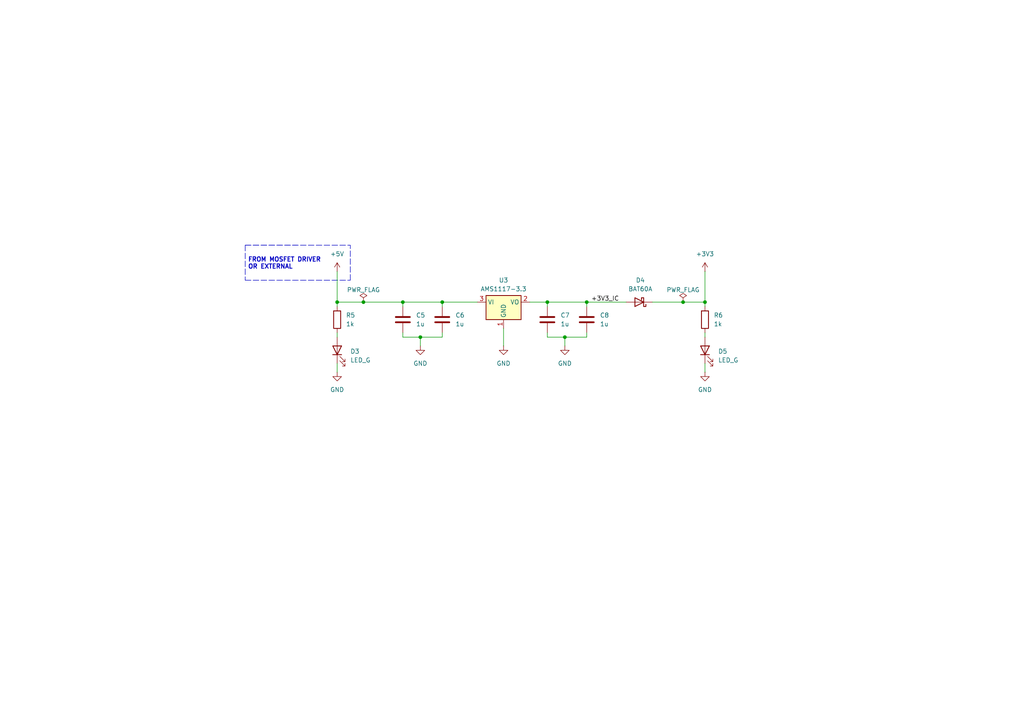
<source format=kicad_sch>
(kicad_sch (version 20250114) (generator "eeschema") (generator_version "9.0")
  (paper "A4")
  (lib_symbols
    (symbol "Device:C" (pin_numbers (hide yes)) (pin_names (offset 0.254))
      (property "Reference" "C" (at 0.635 2.54 0))
      (property "Value" "C" (at 0.635 -2.54 0))
      (symbol "C_0_1"
        (polyline (pts (xy -2.032 0.762) (xy 2.032 0.762)) (stroke (width 0.508)))
        (polyline (pts (xy -2.032 -0.762) (xy 2.032 -0.762)) (stroke (width 0.508)))
      )
      (symbol "C_1_1"
        (pin passive line (at 0 3.81 270) (length 2.794) (name "~") (number "1"))
        (pin passive line (at 0 -3.81 90) (length 2.794) (name "~") (number "2"))
      )
    )
    (symbol "Device:LED" (pin_numbers (hide yes)) (pin_names (offset 1.016) (hide yes))
      (property "Reference" "D" (at 0 2.54 0))
      (property "Value" "LED" (at 0 -2.54 0))
      (symbol "LED_0_1"
        (polyline (pts (xy -3.048 -0.762) (xy -4.572 -2.286) (xy -3.81 -2.286) (xy -4.572 -2.286) (xy -4.572 -1.524)))
        (polyline (pts (xy -1.778 -0.762) (xy -3.302 -2.286) (xy -2.54 -2.286) (xy -3.302 -2.286) (xy -3.302 -1.524)))
        (polyline (pts (xy -1.27 0) (xy 1.27 0)))
        (polyline (pts (xy -1.27 -1.27) (xy -1.27 1.27)) (stroke (width 0.254)))
        (polyline (pts (xy 1.27 -1.27) (xy 1.27 1.27) (xy -1.27 0) (xy 1.27 -1.27)) (stroke (width 0.254)))
      )
      (symbol "LED_1_1"
        (pin passive line (at -3.81 0 0) (length 2.54) (name "K") (number "1"))
        (pin passive line (at 3.81 0 180) (length 2.54) (name "A") (number "2"))
      )
    )
    (symbol "Device:R" (pin_numbers (hide yes)) (pin_names (offset 0))
      (property "Reference" "R" (at 2.032 0 90))
      (property "Value" "R" (at 0 0 90))
      (symbol "R_0_1"
        (rectangle (start -1.016 -2.54) (end 1.016 2.54) (stroke (width 0.254)))
      )
      (symbol "R_1_1"
        (pin passive line (at 0 3.81 270) (length 1.27) (name "~") (number "1"))
        (pin passive line (at 0 -3.81 90) (length 1.27) (name "~") (number "2"))
      )
    )
    (symbol "Diode:BAT60A" (pin_numbers (hide yes)) (pin_names (offset 1.016) (hide yes))
      (property "Reference" "D" (at 0 2.54 0))
      (property "Value" "BAT60A" (at 0 -2.54 0))
      (symbol "BAT60A_0_1"
        (polyline (pts (xy -1.905 0.635) (xy -1.905 1.27) (xy -1.27 1.27) (xy -1.27 -1.27) (xy -0.635 -1.27) (xy -0.635 -0.635)) (stroke (width 0.254)))
        (polyline (pts (xy 1.27 1.27) (xy 1.27 -1.27) (xy -1.27 0) (xy 1.27 1.27)) (stroke (width 0.254)))
        (polyline (pts (xy 1.27 0) (xy -1.27 0)))
      )
      (symbol "BAT60A_1_1"
        (pin passive line (at -3.81 0 0) (length 2.54) (name "K") (number "1"))
        (pin passive line (at 3.81 0 180) (length 2.54) (name "A") (number "2"))
      )
    )
    (symbol "Regulator_Linear:AMS1117-3.3"
      (property "Reference" "U" (at -3.81 3.175 0))
      (property "Value" "AMS1117-3.3" (at 0 3.175 0))
      (symbol "AMS1117-3.3_0_1"
        (rectangle (start -5.08 -5.08) (end 5.08 1.905) (stroke (width 0.254)) (fill (type background)))
      )
      (symbol "AMS1117-3.3_1_1"
        (pin power_in line (at -7.62 0 0) (length 2.54) (name "VI") (number "3"))
        (pin power_in line (at 0 -7.62 90) (length 2.54) (name "GND") (number "1"))
        (pin power_out line (at 7.62 0 180) (length 2.54) (name "VO") (number "2"))
      )
    )
    (symbol "power:+3V3" (power) (pin_numbers (hide yes)) (pin_names (offset 0) (hide yes))
      (property "Value" "+3V3" (at 0 3.556 0))
      (symbol "+3V3_0_1"
        (polyline (pts (xy -0.762 1.27) (xy 0 2.54)))
        (polyline (pts (xy 0 2.54) (xy 0.762 1.27)))
        (polyline (pts (xy 0 0) (xy 0 2.54)))
      )
      (symbol "+3V3_1_1"
        (pin power_in line (at 0 0 90) (length 0) (name "~") (number "1"))
      )
    )
    (symbol "power:+5V" (power) (pin_numbers (hide yes)) (pin_names (offset 0) (hide yes))
      (property "Value" "+5V" (at 0 3.556 0))
      (symbol "+5V_0_1"
        (polyline (pts (xy -0.762 1.27) (xy 0 2.54)))
        (polyline (pts (xy 0 2.54) (xy 0.762 1.27)))
        (polyline (pts (xy 0 0) (xy 0 2.54)))
      )
      (symbol "+5V_1_1"
        (pin power_in line (at 0 0 90) (length 0) (name "~") (number "1"))
      )
    )
    (symbol "power:GND" (power) (pin_numbers (hide yes)) (pin_names (offset 0) (hide yes))
      (property "Value" "GND" (at 0 -3.81 0))
      (symbol "GND_0_1"
        (polyline (pts (xy 0 0) (xy 0 -1.27) (xy 1.27 -1.27) (xy 0 -2.54) (xy -1.27 -1.27) (xy 0 -1.27)))
      )
      (symbol "GND_1_1"
        (pin power_in line (at 0 0 270) (length 0) (name "~") (number "1"))
      )
    )
    (symbol "power:PWR_FLAG" (power) (pin_numbers (hide yes)) (pin_names (offset 0) (hide yes))
      (property "Value" "PWR_FLAG" (at 0 3.81 0))
      (symbol "PWR_FLAG_0_0"
        (pin power_out line (at 0 0 90) (length 0) (name "~") (number "1"))
      )
      (symbol "PWR_FLAG_0_1"
        (polyline (pts (xy 0 0) (xy 0 1.27) (xy -1.016 1.905) (xy 0 2.54) (xy 1.016 1.905) (xy 0 1.27)))
      )
    )
  )
  (text "FROM MOSFET DRIVER\nOR EXTERNAL" (at 71.882 76.454 0) (effects (font (size 1.27 1.27) (thickness 0.254) (bold yes)) (justify left)))
  (junction (at 128.27 87.63))
  (junction (at 116.84 87.63))
  (junction (at 121.92 97.79))
  (junction (at 204.47 87.63))
  (junction (at 158.75 87.63))
  (junction (at 198.12 87.63))
  (junction (at 163.83 97.79))
  (junction (at 97.79 87.63))
  (junction (at 105.41 87.63))
  (junction (at 170.18 87.63))
  (wire (pts (xy 158.75 97.79) (xy 163.83 97.79)))
  (wire (pts (xy 146.05 95.25) (xy 146.05 100.33)))
  (wire (pts (xy 189.23 87.63) (xy 198.12 87.63)))
  (polyline (pts (xy 71.12 71.12) (xy 86.36 71.12)) (stroke (width 0) (type dash)))
  (wire (pts (xy 204.47 96.52) (xy 204.47 97.79)))
  (wire (pts (xy 170.18 87.63) (xy 170.18 88.9)))
  (wire (pts (xy 204.47 78.74) (xy 204.47 87.63)))
  (wire (pts (xy 97.79 87.63) (xy 97.79 88.9)))
  (polyline (pts (xy 71.12 71.12) (xy 101.6 71.12)) (stroke (width 0) (type dash)))
  (wire (pts (xy 97.79 96.52) (xy 97.79 97.79)))
  (polyline (pts (xy 71.12 81.28) (xy 101.6 81.28)) (stroke (width 0) (type dash)))
  (wire (pts (xy 128.27 87.63) (xy 138.43 87.63)))
  (wire (pts (xy 116.84 87.63) (xy 128.27 87.63)))
  (wire (pts (xy 204.47 105.41) (xy 204.47 107.95)))
  (wire (pts (xy 97.79 105.41) (xy 97.79 107.95)))
  (wire (pts (xy 153.67 87.63) (xy 158.75 87.63)))
  (wire (pts (xy 170.18 87.63) (xy 181.61 87.63)))
  (wire (pts (xy 158.75 87.63) (xy 170.18 87.63)))
  (wire (pts (xy 97.79 87.63) (xy 105.41 87.63)))
  (wire (pts (xy 204.47 87.63) (xy 204.47 88.9)))
  (wire (pts (xy 116.84 96.52) (xy 116.84 97.79)))
  (wire (pts (xy 163.83 97.79) (xy 170.18 97.79)))
  (wire (pts (xy 97.79 78.74) (xy 97.79 87.63)))
  (wire (pts (xy 105.41 87.63) (xy 116.84 87.63)))
  (wire (pts (xy 198.12 87.63) (xy 204.47 87.63)))
  (polyline (pts (xy 101.6 81.28) (xy 101.6 71.12)) (stroke (width 0) (type dash)))
  (wire (pts (xy 121.92 97.79) (xy 121.92 100.33)))
  (wire (pts (xy 116.84 87.63) (xy 116.84 88.9)))
  (polyline (pts (xy 71.12 71.12) (xy 71.12 81.28)) (stroke (width 0) (type dash)))
  (wire (pts (xy 128.27 87.63) (xy 128.27 88.9)))
  (wire (pts (xy 158.75 96.52) (xy 158.75 97.79)))
  (wire (pts (xy 170.18 97.79) (xy 170.18 96.52)))
  (wire (pts (xy 128.27 97.79) (xy 128.27 96.52)))
  (wire (pts (xy 163.83 97.79) (xy 163.83 100.33)))
  (wire (pts (xy 158.75 87.63) (xy 158.75 88.9)))
  (wire (pts (xy 116.84 97.79) (xy 121.92 97.79)))
  (wire (pts (xy 121.92 97.79) (xy 128.27 97.79)))
  (label "+3V3_IC" (at 171.45 87.63 0))
  (symbol (lib_id "Diode:BAT60A") (at 185.42 87.63 180) (unit 1)
    (property "Reference" "D4" (at 185.7375 81.28 0))
    (property "Value" "BAT60A" (at 185.7375 83.82 0))
    (property "Footprint" "Diode_SMD:D_SOD-323" (effects (hide yes)))
    (property "Datasheet" "https://www.infineon.com/dgdl/Infineon-BAT60ASERIES-DS-v01_01-en.pdf?fileId=db3a304313d846880113def70c9304a9" (effects (hide yes)))
    (property "Description" "10V 3A High Current Recitifier Schottky Diode, SOD-323" (effects (hide yes)))
  )
  (symbol (lib_id "power:+5V") (at 97.79 78.74 0) (unit 1)
    (property "Reference" "#PWR010" (effects (hide yes)))
    (property "Value" "+5V" (at 97.79 73.66 0))
    (property "Description" "Power symbol creates a global label with name \"+5V\"" (effects (hide yes)))
  )
  (symbol (lib_id "Device:C") (at 158.75 92.71 0) (unit 1)
    (property "Reference" "C7" (at 162.56 91.4399 0) (effects (justify left)))
    (property "Value" "1u" (at 162.56 93.9799 0) (effects (justify left)))
    (property "Footprint" "Capacitor_SMD:C_0603_1608Metric" (effects (hide yes)))
    (property "Description" "Unpolarized capacitor" (effects (hide yes)))
  )
  (symbol (lib_id "power:GND") (at 163.83 100.33 0) (unit 1)
    (property "Reference" "#PWR014" (effects (hide yes)))
    (property "Value" "GND" (at 163.83 105.41 0))
    (property "Description" "Power symbol creates a global label with name \"GND\" , ground" (effects (hide yes)))
  )
  (symbol (lib_id "power:PWR_FLAG") (at 198.12 87.63 0) (unit 1)
    (property "Reference" "#FLG02" (effects (hide yes)))
    (property "Value" "PWR_FLAG" (at 198.12 84.074 0))
    (property "Description" "Special symbol for telling ERC where power comes from" (effects (hide yes)))
  )
  (symbol (lib_id "power:+3V3") (at 204.47 78.74 0) (unit 1)
    (property "Reference" "#PWR015" (effects (hide yes)))
    (property "Value" "+3V3" (at 204.47 73.66 0))
    (property "Description" "Power symbol creates a global label with name \"+3V3\"" (effects (hide yes)))
  )
  (symbol (lib_id "Device:LED") (at 97.79 101.6 90) (unit 1)
    (property "Reference" "D3" (at 101.6 101.9174 90) (effects (justify right)))
    (property "Value" "LED_G" (at 101.6 104.4574 90) (effects (justify right)))
    (property "Footprint" "LED_SMD:LED_1206_3216Metric" (effects (hide yes)))
    (property "Description" "Light emitting diode" (effects (hide yes)))
    (property "Sim.Pins" "1=K 2=A" (effects (hide yes)))
  )
  (symbol (lib_id "power:GND") (at 97.79 107.95 0) (unit 1)
    (property "Reference" "#PWR011" (effects (hide yes)))
    (property "Value" "GND" (at 97.79 113.03 0))
    (property "Description" "Power symbol creates a global label with name \"GND\" , ground" (effects (hide yes)))
  )
  (symbol (lib_id "power:GND") (at 146.05 100.33 0) (unit 1)
    (property "Reference" "#PWR013" (effects (hide yes)))
    (property "Value" "GND" (at 146.05 105.41 0))
    (property "Description" "Power symbol creates a global label with name \"GND\" , ground" (effects (hide yes)))
  )
  (symbol (lib_id "power:PWR_FLAG") (at 105.41 87.63 0) (unit 1)
    (property "Reference" "#FLG01" (effects (hide yes)))
    (property "Value" "PWR_FLAG" (at 105.41 84.074 0))
    (property "Description" "Special symbol for telling ERC where power comes from" (effects (hide yes)))
  )
  (symbol (lib_id "Device:C") (at 170.18 92.71 0) (unit 1)
    (property "Reference" "C8" (at 173.99 91.4399 0) (effects (justify left)))
    (property "Value" "1u" (at 173.99 93.9799 0) (effects (justify left)))
    (property "Footprint" "Capacitor_SMD:C_0603_1608Metric" (effects (hide yes)))
    (property "Description" "Unpolarized capacitor" (effects (hide yes)))
  )
  (symbol (lib_id "Device:C") (at 116.84 92.71 0) (unit 1)
    (property "Reference" "C5" (at 120.65 91.4399 0) (effects (justify left)))
    (property "Value" "1u" (at 120.65 93.9799 0) (effects (justify left)))
    (property "Footprint" "Capacitor_SMD:C_0603_1608Metric" (effects (hide yes)))
    (property "Description" "Unpolarized capacitor" (effects (hide yes)))
  )
  (symbol (lib_id "Device:R") (at 97.79 92.71 0) (unit 1)
    (property "Reference" "R5" (at 100.33 91.4399 0) (effects (justify left)))
    (property "Value" "1k" (at 100.33 93.9799 0) (effects (justify left)))
    (property "Footprint" "Resistor_SMD:R_0603_1608Metric" (effects (hide yes)))
    (property "Description" "Resistor" (effects (hide yes)))
  )
  (symbol (lib_id "Regulator_Linear:AMS1117-3.3") (at 146.05 87.63 0) (unit 1)
    (property "Reference" "U3" (at 146.05 81.28 0))
    (property "Value" "AMS1117-3.3" (at 146.05 83.82 0))
    (property "Footprint" "Package_TO_SOT_SMD:SOT-223-3_TabPin2" (effects (hide yes)))
    (property "Datasheet" "http://www.advanced-monolithic.com/pdf/ds1117.pdf" (effects (hide yes)))
    (property "Description" "1A Low Dropout regulator, positive, 3.3V fixed output, SOT-223" (effects (hide yes)))
  )
  (symbol (lib_id "Device:LED") (at 204.47 101.6 90) (unit 1)
    (property "Reference" "D5" (at 208.28 101.9174 90) (effects (justify right)))
    (property "Value" "LED_G" (at 208.28 104.4574 90) (effects (justify right)))
    (property "Footprint" "LED_SMD:LED_1206_3216Metric" (effects (hide yes)))
    (property "Description" "Light emitting diode" (effects (hide yes)))
    (property "Sim.Pins" "1=K 2=A" (effects (hide yes)))
  )
  (symbol (lib_id "power:GND") (at 204.47 107.95 0) (unit 1)
    (property "Reference" "#PWR016" (effects (hide yes)))
    (property "Value" "GND" (at 204.47 113.03 0))
    (property "Description" "Power symbol creates a global label with name \"GND\" , ground" (effects (hide yes)))
  )
  (symbol (lib_id "power:GND") (at 121.92 100.33 0) (unit 1)
    (property "Reference" "#PWR012" (effects (hide yes)))
    (property "Value" "GND" (at 121.92 105.41 0))
    (property "Description" "Power symbol creates a global label with name \"GND\" , ground" (effects (hide yes)))
  )
  (symbol (lib_id "Device:C") (at 128.27 92.71 0) (unit 1)
    (property "Reference" "C6" (at 132.08 91.4399 0) (effects (justify left)))
    (property "Value" "1u" (at 132.08 93.9799 0) (effects (justify left)))
    (property "Footprint" "Capacitor_SMD:C_0603_1608Metric" (effects (hide yes)))
    (property "Description" "Unpolarized capacitor" (effects (hide yes)))
  )
  (symbol (lib_id "Device:R") (at 204.47 92.71 0) (unit 1)
    (property "Reference" "R6" (at 207.01 91.4399 0) (effects (justify left)))
    (property "Value" "1k" (at 207.01 93.9799 0) (effects (justify left)))
    (property "Footprint" "Resistor_SMD:R_0603_1608Metric" (effects (hide yes)))
    (property "Description" "Resistor" (effects (hide yes)))
  )
)
</source>
